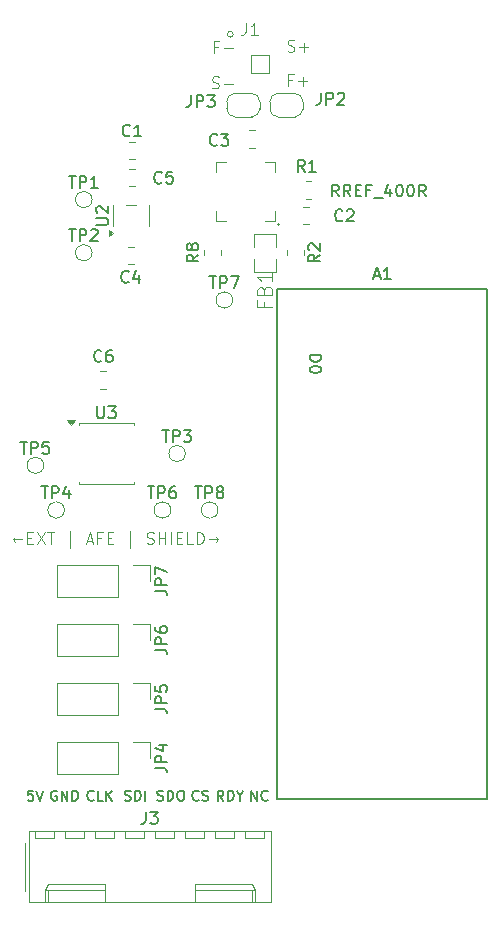
<source format=gbr>
%TF.GenerationSoftware,KiCad,Pcbnew,9.0.5*%
%TF.CreationDate,2025-10-13T11:36:34+02:00*%
%TF.ProjectId,MAX31865,4d415833-3138-4363-952e-6b696361645f,rev?*%
%TF.SameCoordinates,Original*%
%TF.FileFunction,Legend,Top*%
%TF.FilePolarity,Positive*%
%FSLAX46Y46*%
G04 Gerber Fmt 4.6, Leading zero omitted, Abs format (unit mm)*
G04 Created by KiCad (PCBNEW 9.0.5) date 2025-10-13 11:36:34*
%MOMM*%
%LPD*%
G01*
G04 APERTURE LIST*
%ADD10C,0.100000*%
%ADD11C,0.152400*%
%ADD12C,0.150000*%
%ADD13C,0.120000*%
G04 APERTURE END LIST*
D10*
X106065789Y-117491466D02*
X105303884Y-117491466D01*
X105494360Y-117681942D02*
X105303884Y-117491466D01*
X105303884Y-117491466D02*
X105494360Y-117300990D01*
X106541979Y-117348609D02*
X106875312Y-117348609D01*
X107018169Y-117872419D02*
X106541979Y-117872419D01*
X106541979Y-117872419D02*
X106541979Y-116872419D01*
X106541979Y-116872419D02*
X107018169Y-116872419D01*
X107351503Y-116872419D02*
X108018169Y-117872419D01*
X108018169Y-116872419D02*
X107351503Y-117872419D01*
X108256265Y-116872419D02*
X108827693Y-116872419D01*
X108541979Y-117872419D02*
X108541979Y-116872419D01*
X110161027Y-118205752D02*
X110161027Y-116777180D01*
X111589599Y-117586704D02*
X112065789Y-117586704D01*
X111494361Y-117872419D02*
X111827694Y-116872419D01*
X111827694Y-116872419D02*
X112161027Y-117872419D01*
X112827694Y-117348609D02*
X112494361Y-117348609D01*
X112494361Y-117872419D02*
X112494361Y-116872419D01*
X112494361Y-116872419D02*
X112970551Y-116872419D01*
X113351504Y-117348609D02*
X113684837Y-117348609D01*
X113827694Y-117872419D02*
X113351504Y-117872419D01*
X113351504Y-117872419D02*
X113351504Y-116872419D01*
X113351504Y-116872419D02*
X113827694Y-116872419D01*
X115256266Y-118205752D02*
X115256266Y-116777180D01*
X116684838Y-117824800D02*
X116827695Y-117872419D01*
X116827695Y-117872419D02*
X117065790Y-117872419D01*
X117065790Y-117872419D02*
X117161028Y-117824800D01*
X117161028Y-117824800D02*
X117208647Y-117777180D01*
X117208647Y-117777180D02*
X117256266Y-117681942D01*
X117256266Y-117681942D02*
X117256266Y-117586704D01*
X117256266Y-117586704D02*
X117208647Y-117491466D01*
X117208647Y-117491466D02*
X117161028Y-117443847D01*
X117161028Y-117443847D02*
X117065790Y-117396228D01*
X117065790Y-117396228D02*
X116875314Y-117348609D01*
X116875314Y-117348609D02*
X116780076Y-117300990D01*
X116780076Y-117300990D02*
X116732457Y-117253371D01*
X116732457Y-117253371D02*
X116684838Y-117158133D01*
X116684838Y-117158133D02*
X116684838Y-117062895D01*
X116684838Y-117062895D02*
X116732457Y-116967657D01*
X116732457Y-116967657D02*
X116780076Y-116920038D01*
X116780076Y-116920038D02*
X116875314Y-116872419D01*
X116875314Y-116872419D02*
X117113409Y-116872419D01*
X117113409Y-116872419D02*
X117256266Y-116920038D01*
X117684838Y-117872419D02*
X117684838Y-116872419D01*
X117684838Y-117348609D02*
X118256266Y-117348609D01*
X118256266Y-117872419D02*
X118256266Y-116872419D01*
X118732457Y-117872419D02*
X118732457Y-116872419D01*
X119208647Y-117348609D02*
X119541980Y-117348609D01*
X119684837Y-117872419D02*
X119208647Y-117872419D01*
X119208647Y-117872419D02*
X119208647Y-116872419D01*
X119208647Y-116872419D02*
X119684837Y-116872419D01*
X120589599Y-117872419D02*
X120113409Y-117872419D01*
X120113409Y-117872419D02*
X120113409Y-116872419D01*
X120922933Y-117872419D02*
X120922933Y-116872419D01*
X120922933Y-116872419D02*
X121161028Y-116872419D01*
X121161028Y-116872419D02*
X121303885Y-116920038D01*
X121303885Y-116920038D02*
X121399123Y-117015276D01*
X121399123Y-117015276D02*
X121446742Y-117110514D01*
X121446742Y-117110514D02*
X121494361Y-117300990D01*
X121494361Y-117300990D02*
X121494361Y-117443847D01*
X121494361Y-117443847D02*
X121446742Y-117634323D01*
X121446742Y-117634323D02*
X121399123Y-117729561D01*
X121399123Y-117729561D02*
X121303885Y-117824800D01*
X121303885Y-117824800D02*
X121161028Y-117872419D01*
X121161028Y-117872419D02*
X120922933Y-117872419D01*
X121922933Y-117491466D02*
X122684838Y-117491466D01*
X122494361Y-117681942D02*
X122684838Y-117491466D01*
X122684838Y-117491466D02*
X122494361Y-117300990D01*
D11*
X123165390Y-139611593D02*
X122877524Y-139200355D01*
X122671905Y-139611593D02*
X122671905Y-138747993D01*
X122671905Y-138747993D02*
X123000895Y-138747993D01*
X123000895Y-138747993D02*
X123083143Y-138789117D01*
X123083143Y-138789117D02*
X123124266Y-138830241D01*
X123124266Y-138830241D02*
X123165390Y-138912489D01*
X123165390Y-138912489D02*
X123165390Y-139035860D01*
X123165390Y-139035860D02*
X123124266Y-139118108D01*
X123124266Y-139118108D02*
X123083143Y-139159231D01*
X123083143Y-139159231D02*
X123000895Y-139200355D01*
X123000895Y-139200355D02*
X122671905Y-139200355D01*
X123535505Y-139611593D02*
X123535505Y-138747993D01*
X123535505Y-138747993D02*
X123741124Y-138747993D01*
X123741124Y-138747993D02*
X123864495Y-138789117D01*
X123864495Y-138789117D02*
X123946743Y-138871365D01*
X123946743Y-138871365D02*
X123987866Y-138953612D01*
X123987866Y-138953612D02*
X124028990Y-139118108D01*
X124028990Y-139118108D02*
X124028990Y-139241479D01*
X124028990Y-139241479D02*
X123987866Y-139405974D01*
X123987866Y-139405974D02*
X123946743Y-139488222D01*
X123946743Y-139488222D02*
X123864495Y-139570470D01*
X123864495Y-139570470D02*
X123741124Y-139611593D01*
X123741124Y-139611593D02*
X123535505Y-139611593D01*
X124563600Y-139200355D02*
X124563600Y-139611593D01*
X124275733Y-138747993D02*
X124563600Y-139200355D01*
X124563600Y-139200355D02*
X124851466Y-138747993D01*
X107035505Y-138747993D02*
X106624267Y-138747993D01*
X106624267Y-138747993D02*
X106583143Y-139159231D01*
X106583143Y-139159231D02*
X106624267Y-139118108D01*
X106624267Y-139118108D02*
X106706514Y-139076984D01*
X106706514Y-139076984D02*
X106912133Y-139076984D01*
X106912133Y-139076984D02*
X106994381Y-139118108D01*
X106994381Y-139118108D02*
X107035505Y-139159231D01*
X107035505Y-139159231D02*
X107076628Y-139241479D01*
X107076628Y-139241479D02*
X107076628Y-139447098D01*
X107076628Y-139447098D02*
X107035505Y-139529346D01*
X107035505Y-139529346D02*
X106994381Y-139570470D01*
X106994381Y-139570470D02*
X106912133Y-139611593D01*
X106912133Y-139611593D02*
X106706514Y-139611593D01*
X106706514Y-139611593D02*
X106624267Y-139570470D01*
X106624267Y-139570470D02*
X106583143Y-139529346D01*
X107323371Y-138747993D02*
X107611238Y-139611593D01*
X107611238Y-139611593D02*
X107899104Y-138747993D01*
X121056066Y-139529346D02*
X121014942Y-139570470D01*
X121014942Y-139570470D02*
X120891571Y-139611593D01*
X120891571Y-139611593D02*
X120809323Y-139611593D01*
X120809323Y-139611593D02*
X120685952Y-139570470D01*
X120685952Y-139570470D02*
X120603704Y-139488222D01*
X120603704Y-139488222D02*
X120562581Y-139405974D01*
X120562581Y-139405974D02*
X120521457Y-139241479D01*
X120521457Y-139241479D02*
X120521457Y-139118108D01*
X120521457Y-139118108D02*
X120562581Y-138953612D01*
X120562581Y-138953612D02*
X120603704Y-138871365D01*
X120603704Y-138871365D02*
X120685952Y-138789117D01*
X120685952Y-138789117D02*
X120809323Y-138747993D01*
X120809323Y-138747993D02*
X120891571Y-138747993D01*
X120891571Y-138747993D02*
X121014942Y-138789117D01*
X121014942Y-138789117D02*
X121056066Y-138830241D01*
X121385057Y-139570470D02*
X121508428Y-139611593D01*
X121508428Y-139611593D02*
X121714047Y-139611593D01*
X121714047Y-139611593D02*
X121796295Y-139570470D01*
X121796295Y-139570470D02*
X121837419Y-139529346D01*
X121837419Y-139529346D02*
X121878542Y-139447098D01*
X121878542Y-139447098D02*
X121878542Y-139364850D01*
X121878542Y-139364850D02*
X121837419Y-139282603D01*
X121837419Y-139282603D02*
X121796295Y-139241479D01*
X121796295Y-139241479D02*
X121714047Y-139200355D01*
X121714047Y-139200355D02*
X121549552Y-139159231D01*
X121549552Y-139159231D02*
X121467304Y-139118108D01*
X121467304Y-139118108D02*
X121426181Y-139076984D01*
X121426181Y-139076984D02*
X121385057Y-138994736D01*
X121385057Y-138994736D02*
X121385057Y-138912489D01*
X121385057Y-138912489D02*
X121426181Y-138830241D01*
X121426181Y-138830241D02*
X121467304Y-138789117D01*
X121467304Y-138789117D02*
X121549552Y-138747993D01*
X121549552Y-138747993D02*
X121755171Y-138747993D01*
X121755171Y-138747993D02*
X121878542Y-138789117D01*
X114815838Y-139570470D02*
X114939209Y-139611593D01*
X114939209Y-139611593D02*
X115144828Y-139611593D01*
X115144828Y-139611593D02*
X115227076Y-139570470D01*
X115227076Y-139570470D02*
X115268200Y-139529346D01*
X115268200Y-139529346D02*
X115309323Y-139447098D01*
X115309323Y-139447098D02*
X115309323Y-139364850D01*
X115309323Y-139364850D02*
X115268200Y-139282603D01*
X115268200Y-139282603D02*
X115227076Y-139241479D01*
X115227076Y-139241479D02*
X115144828Y-139200355D01*
X115144828Y-139200355D02*
X114980333Y-139159231D01*
X114980333Y-139159231D02*
X114898085Y-139118108D01*
X114898085Y-139118108D02*
X114856962Y-139076984D01*
X114856962Y-139076984D02*
X114815838Y-138994736D01*
X114815838Y-138994736D02*
X114815838Y-138912489D01*
X114815838Y-138912489D02*
X114856962Y-138830241D01*
X114856962Y-138830241D02*
X114898085Y-138789117D01*
X114898085Y-138789117D02*
X114980333Y-138747993D01*
X114980333Y-138747993D02*
X115185952Y-138747993D01*
X115185952Y-138747993D02*
X115309323Y-138789117D01*
X115679438Y-139611593D02*
X115679438Y-138747993D01*
X115679438Y-138747993D02*
X115885057Y-138747993D01*
X115885057Y-138747993D02*
X116008428Y-138789117D01*
X116008428Y-138789117D02*
X116090676Y-138871365D01*
X116090676Y-138871365D02*
X116131799Y-138953612D01*
X116131799Y-138953612D02*
X116172923Y-139118108D01*
X116172923Y-139118108D02*
X116172923Y-139241479D01*
X116172923Y-139241479D02*
X116131799Y-139405974D01*
X116131799Y-139405974D02*
X116090676Y-139488222D01*
X116090676Y-139488222D02*
X116008428Y-139570470D01*
X116008428Y-139570470D02*
X115885057Y-139611593D01*
X115885057Y-139611593D02*
X115679438Y-139611593D01*
X116543038Y-139611593D02*
X116543038Y-138747993D01*
X125521457Y-139611593D02*
X125521457Y-138747993D01*
X125521457Y-138747993D02*
X126014942Y-139611593D01*
X126014942Y-139611593D02*
X126014942Y-138747993D01*
X126919666Y-139529346D02*
X126878542Y-139570470D01*
X126878542Y-139570470D02*
X126755171Y-139611593D01*
X126755171Y-139611593D02*
X126672923Y-139611593D01*
X126672923Y-139611593D02*
X126549552Y-139570470D01*
X126549552Y-139570470D02*
X126467304Y-139488222D01*
X126467304Y-139488222D02*
X126426181Y-139405974D01*
X126426181Y-139405974D02*
X126385057Y-139241479D01*
X126385057Y-139241479D02*
X126385057Y-139118108D01*
X126385057Y-139118108D02*
X126426181Y-138953612D01*
X126426181Y-138953612D02*
X126467304Y-138871365D01*
X126467304Y-138871365D02*
X126549552Y-138789117D01*
X126549552Y-138789117D02*
X126672923Y-138747993D01*
X126672923Y-138747993D02*
X126755171Y-138747993D01*
X126755171Y-138747993D02*
X126878542Y-138789117D01*
X126878542Y-138789117D02*
X126919666Y-138830241D01*
X112185952Y-139529346D02*
X112144828Y-139570470D01*
X112144828Y-139570470D02*
X112021457Y-139611593D01*
X112021457Y-139611593D02*
X111939209Y-139611593D01*
X111939209Y-139611593D02*
X111815838Y-139570470D01*
X111815838Y-139570470D02*
X111733590Y-139488222D01*
X111733590Y-139488222D02*
X111692467Y-139405974D01*
X111692467Y-139405974D02*
X111651343Y-139241479D01*
X111651343Y-139241479D02*
X111651343Y-139118108D01*
X111651343Y-139118108D02*
X111692467Y-138953612D01*
X111692467Y-138953612D02*
X111733590Y-138871365D01*
X111733590Y-138871365D02*
X111815838Y-138789117D01*
X111815838Y-138789117D02*
X111939209Y-138747993D01*
X111939209Y-138747993D02*
X112021457Y-138747993D01*
X112021457Y-138747993D02*
X112144828Y-138789117D01*
X112144828Y-138789117D02*
X112185952Y-138830241D01*
X112967305Y-139611593D02*
X112556067Y-139611593D01*
X112556067Y-139611593D02*
X112556067Y-138747993D01*
X113255172Y-139611593D02*
X113255172Y-138747993D01*
X113748657Y-139611593D02*
X113378543Y-139118108D01*
X113748657Y-138747993D02*
X113255172Y-139241479D01*
X109042018Y-138789117D02*
X108959771Y-138747993D01*
X108959771Y-138747993D02*
X108836399Y-138747993D01*
X108836399Y-138747993D02*
X108713028Y-138789117D01*
X108713028Y-138789117D02*
X108630780Y-138871365D01*
X108630780Y-138871365D02*
X108589657Y-138953612D01*
X108589657Y-138953612D02*
X108548533Y-139118108D01*
X108548533Y-139118108D02*
X108548533Y-139241479D01*
X108548533Y-139241479D02*
X108589657Y-139405974D01*
X108589657Y-139405974D02*
X108630780Y-139488222D01*
X108630780Y-139488222D02*
X108713028Y-139570470D01*
X108713028Y-139570470D02*
X108836399Y-139611593D01*
X108836399Y-139611593D02*
X108918647Y-139611593D01*
X108918647Y-139611593D02*
X109042018Y-139570470D01*
X109042018Y-139570470D02*
X109083142Y-139529346D01*
X109083142Y-139529346D02*
X109083142Y-139241479D01*
X109083142Y-139241479D02*
X108918647Y-139241479D01*
X109453257Y-139611593D02*
X109453257Y-138747993D01*
X109453257Y-138747993D02*
X109946742Y-139611593D01*
X109946742Y-139611593D02*
X109946742Y-138747993D01*
X110357981Y-139611593D02*
X110357981Y-138747993D01*
X110357981Y-138747993D02*
X110563600Y-138747993D01*
X110563600Y-138747993D02*
X110686971Y-138789117D01*
X110686971Y-138789117D02*
X110769219Y-138871365D01*
X110769219Y-138871365D02*
X110810342Y-138953612D01*
X110810342Y-138953612D02*
X110851466Y-139118108D01*
X110851466Y-139118108D02*
X110851466Y-139241479D01*
X110851466Y-139241479D02*
X110810342Y-139405974D01*
X110810342Y-139405974D02*
X110769219Y-139488222D01*
X110769219Y-139488222D02*
X110686971Y-139570470D01*
X110686971Y-139570470D02*
X110563600Y-139611593D01*
X110563600Y-139611593D02*
X110357981Y-139611593D01*
X117569095Y-139570470D02*
X117692466Y-139611593D01*
X117692466Y-139611593D02*
X117898085Y-139611593D01*
X117898085Y-139611593D02*
X117980333Y-139570470D01*
X117980333Y-139570470D02*
X118021457Y-139529346D01*
X118021457Y-139529346D02*
X118062580Y-139447098D01*
X118062580Y-139447098D02*
X118062580Y-139364850D01*
X118062580Y-139364850D02*
X118021457Y-139282603D01*
X118021457Y-139282603D02*
X117980333Y-139241479D01*
X117980333Y-139241479D02*
X117898085Y-139200355D01*
X117898085Y-139200355D02*
X117733590Y-139159231D01*
X117733590Y-139159231D02*
X117651342Y-139118108D01*
X117651342Y-139118108D02*
X117610219Y-139076984D01*
X117610219Y-139076984D02*
X117569095Y-138994736D01*
X117569095Y-138994736D02*
X117569095Y-138912489D01*
X117569095Y-138912489D02*
X117610219Y-138830241D01*
X117610219Y-138830241D02*
X117651342Y-138789117D01*
X117651342Y-138789117D02*
X117733590Y-138747993D01*
X117733590Y-138747993D02*
X117939209Y-138747993D01*
X117939209Y-138747993D02*
X118062580Y-138789117D01*
X118432695Y-139611593D02*
X118432695Y-138747993D01*
X118432695Y-138747993D02*
X118638314Y-138747993D01*
X118638314Y-138747993D02*
X118761685Y-138789117D01*
X118761685Y-138789117D02*
X118843933Y-138871365D01*
X118843933Y-138871365D02*
X118885056Y-138953612D01*
X118885056Y-138953612D02*
X118926180Y-139118108D01*
X118926180Y-139118108D02*
X118926180Y-139241479D01*
X118926180Y-139241479D02*
X118885056Y-139405974D01*
X118885056Y-139405974D02*
X118843933Y-139488222D01*
X118843933Y-139488222D02*
X118761685Y-139570470D01*
X118761685Y-139570470D02*
X118638314Y-139611593D01*
X118638314Y-139611593D02*
X118432695Y-139611593D01*
X119460790Y-138747993D02*
X119625285Y-138747993D01*
X119625285Y-138747993D02*
X119707533Y-138789117D01*
X119707533Y-138789117D02*
X119789780Y-138871365D01*
X119789780Y-138871365D02*
X119830904Y-139035860D01*
X119830904Y-139035860D02*
X119830904Y-139323727D01*
X119830904Y-139323727D02*
X119789780Y-139488222D01*
X119789780Y-139488222D02*
X119707533Y-139570470D01*
X119707533Y-139570470D02*
X119625285Y-139611593D01*
X119625285Y-139611593D02*
X119460790Y-139611593D01*
X119460790Y-139611593D02*
X119378542Y-139570470D01*
X119378542Y-139570470D02*
X119296295Y-139488222D01*
X119296295Y-139488222D02*
X119255171Y-139323727D01*
X119255171Y-139323727D02*
X119255171Y-139035860D01*
X119255171Y-139035860D02*
X119296295Y-138871365D01*
X119296295Y-138871365D02*
X119378542Y-138789117D01*
X119378542Y-138789117D02*
X119460790Y-138747993D01*
D10*
X125066666Y-73757419D02*
X125066666Y-74471704D01*
X125066666Y-74471704D02*
X125019047Y-74614561D01*
X125019047Y-74614561D02*
X124923809Y-74709800D01*
X124923809Y-74709800D02*
X124780952Y-74757419D01*
X124780952Y-74757419D02*
X124685714Y-74757419D01*
X126066666Y-74757419D02*
X125495238Y-74757419D01*
X125780952Y-74757419D02*
X125780952Y-73757419D01*
X125780952Y-73757419D02*
X125685714Y-73900276D01*
X125685714Y-73900276D02*
X125590476Y-73995514D01*
X125590476Y-73995514D02*
X125495238Y-74043133D01*
X128596265Y-76144800D02*
X128739122Y-76192419D01*
X128739122Y-76192419D02*
X128977217Y-76192419D01*
X128977217Y-76192419D02*
X129072455Y-76144800D01*
X129072455Y-76144800D02*
X129120074Y-76097180D01*
X129120074Y-76097180D02*
X129167693Y-76001942D01*
X129167693Y-76001942D02*
X129167693Y-75906704D01*
X129167693Y-75906704D02*
X129120074Y-75811466D01*
X129120074Y-75811466D02*
X129072455Y-75763847D01*
X129072455Y-75763847D02*
X128977217Y-75716228D01*
X128977217Y-75716228D02*
X128786741Y-75668609D01*
X128786741Y-75668609D02*
X128691503Y-75620990D01*
X128691503Y-75620990D02*
X128643884Y-75573371D01*
X128643884Y-75573371D02*
X128596265Y-75478133D01*
X128596265Y-75478133D02*
X128596265Y-75382895D01*
X128596265Y-75382895D02*
X128643884Y-75287657D01*
X128643884Y-75287657D02*
X128691503Y-75240038D01*
X128691503Y-75240038D02*
X128786741Y-75192419D01*
X128786741Y-75192419D02*
X129024836Y-75192419D01*
X129024836Y-75192419D02*
X129167693Y-75240038D01*
X129596265Y-75811466D02*
X130358170Y-75811466D01*
X129977217Y-76192419D02*
X129977217Y-75430514D01*
X122196265Y-79244800D02*
X122339122Y-79292419D01*
X122339122Y-79292419D02*
X122577217Y-79292419D01*
X122577217Y-79292419D02*
X122672455Y-79244800D01*
X122672455Y-79244800D02*
X122720074Y-79197180D01*
X122720074Y-79197180D02*
X122767693Y-79101942D01*
X122767693Y-79101942D02*
X122767693Y-79006704D01*
X122767693Y-79006704D02*
X122720074Y-78911466D01*
X122720074Y-78911466D02*
X122672455Y-78863847D01*
X122672455Y-78863847D02*
X122577217Y-78816228D01*
X122577217Y-78816228D02*
X122386741Y-78768609D01*
X122386741Y-78768609D02*
X122291503Y-78720990D01*
X122291503Y-78720990D02*
X122243884Y-78673371D01*
X122243884Y-78673371D02*
X122196265Y-78578133D01*
X122196265Y-78578133D02*
X122196265Y-78482895D01*
X122196265Y-78482895D02*
X122243884Y-78387657D01*
X122243884Y-78387657D02*
X122291503Y-78340038D01*
X122291503Y-78340038D02*
X122386741Y-78292419D01*
X122386741Y-78292419D02*
X122624836Y-78292419D01*
X122624836Y-78292419D02*
X122767693Y-78340038D01*
X123196265Y-78911466D02*
X123958170Y-78911466D01*
X122677217Y-75768609D02*
X122343884Y-75768609D01*
X122343884Y-76292419D02*
X122343884Y-75292419D01*
X122343884Y-75292419D02*
X122820074Y-75292419D01*
X123201027Y-75911466D02*
X123962932Y-75911466D01*
X128977217Y-78568609D02*
X128643884Y-78568609D01*
X128643884Y-79092419D02*
X128643884Y-78092419D01*
X128643884Y-78092419D02*
X129120074Y-78092419D01*
X129501027Y-78711466D02*
X130262932Y-78711466D01*
X129881979Y-79092419D02*
X129881979Y-78330514D01*
D12*
X116738095Y-113006819D02*
X117309523Y-113006819D01*
X117023809Y-114006819D02*
X117023809Y-113006819D01*
X117642857Y-114006819D02*
X117642857Y-113006819D01*
X117642857Y-113006819D02*
X118023809Y-113006819D01*
X118023809Y-113006819D02*
X118119047Y-113054438D01*
X118119047Y-113054438D02*
X118166666Y-113102057D01*
X118166666Y-113102057D02*
X118214285Y-113197295D01*
X118214285Y-113197295D02*
X118214285Y-113340152D01*
X118214285Y-113340152D02*
X118166666Y-113435390D01*
X118166666Y-113435390D02*
X118119047Y-113483009D01*
X118119047Y-113483009D02*
X118023809Y-113530628D01*
X118023809Y-113530628D02*
X117642857Y-113530628D01*
X119071428Y-113006819D02*
X118880952Y-113006819D01*
X118880952Y-113006819D02*
X118785714Y-113054438D01*
X118785714Y-113054438D02*
X118738095Y-113102057D01*
X118738095Y-113102057D02*
X118642857Y-113244914D01*
X118642857Y-113244914D02*
X118595238Y-113435390D01*
X118595238Y-113435390D02*
X118595238Y-113816342D01*
X118595238Y-113816342D02*
X118642857Y-113911580D01*
X118642857Y-113911580D02*
X118690476Y-113959200D01*
X118690476Y-113959200D02*
X118785714Y-114006819D01*
X118785714Y-114006819D02*
X118976190Y-114006819D01*
X118976190Y-114006819D02*
X119071428Y-113959200D01*
X119071428Y-113959200D02*
X119119047Y-113911580D01*
X119119047Y-113911580D02*
X119166666Y-113816342D01*
X119166666Y-113816342D02*
X119166666Y-113578247D01*
X119166666Y-113578247D02*
X119119047Y-113483009D01*
X119119047Y-113483009D02*
X119071428Y-113435390D01*
X119071428Y-113435390D02*
X118976190Y-113387771D01*
X118976190Y-113387771D02*
X118785714Y-113387771D01*
X118785714Y-113387771D02*
X118690476Y-113435390D01*
X118690476Y-113435390D02*
X118642857Y-113483009D01*
X118642857Y-113483009D02*
X118595238Y-113578247D01*
X115246433Y-83266680D02*
X115198814Y-83314300D01*
X115198814Y-83314300D02*
X115055957Y-83361919D01*
X115055957Y-83361919D02*
X114960719Y-83361919D01*
X114960719Y-83361919D02*
X114817862Y-83314300D01*
X114817862Y-83314300D02*
X114722624Y-83219061D01*
X114722624Y-83219061D02*
X114675005Y-83123823D01*
X114675005Y-83123823D02*
X114627386Y-82933347D01*
X114627386Y-82933347D02*
X114627386Y-82790490D01*
X114627386Y-82790490D02*
X114675005Y-82600014D01*
X114675005Y-82600014D02*
X114722624Y-82504776D01*
X114722624Y-82504776D02*
X114817862Y-82409538D01*
X114817862Y-82409538D02*
X114960719Y-82361919D01*
X114960719Y-82361919D02*
X115055957Y-82361919D01*
X115055957Y-82361919D02*
X115198814Y-82409538D01*
X115198814Y-82409538D02*
X115246433Y-82457157D01*
X116198814Y-83361919D02*
X115627386Y-83361919D01*
X115913100Y-83361919D02*
X115913100Y-82361919D01*
X115913100Y-82361919D02*
X115817862Y-82504776D01*
X115817862Y-82504776D02*
X115722624Y-82600014D01*
X115722624Y-82600014D02*
X115627386Y-82647633D01*
X110078095Y-91226819D02*
X110649523Y-91226819D01*
X110363809Y-92226819D02*
X110363809Y-91226819D01*
X110982857Y-92226819D02*
X110982857Y-91226819D01*
X110982857Y-91226819D02*
X111363809Y-91226819D01*
X111363809Y-91226819D02*
X111459047Y-91274438D01*
X111459047Y-91274438D02*
X111506666Y-91322057D01*
X111506666Y-91322057D02*
X111554285Y-91417295D01*
X111554285Y-91417295D02*
X111554285Y-91560152D01*
X111554285Y-91560152D02*
X111506666Y-91655390D01*
X111506666Y-91655390D02*
X111459047Y-91703009D01*
X111459047Y-91703009D02*
X111363809Y-91750628D01*
X111363809Y-91750628D02*
X110982857Y-91750628D01*
X111935238Y-91322057D02*
X111982857Y-91274438D01*
X111982857Y-91274438D02*
X112078095Y-91226819D01*
X112078095Y-91226819D02*
X112316190Y-91226819D01*
X112316190Y-91226819D02*
X112411428Y-91274438D01*
X112411428Y-91274438D02*
X112459047Y-91322057D01*
X112459047Y-91322057D02*
X112506666Y-91417295D01*
X112506666Y-91417295D02*
X112506666Y-91512533D01*
X112506666Y-91512533D02*
X112459047Y-91655390D01*
X112459047Y-91655390D02*
X111887619Y-92226819D01*
X111887619Y-92226819D02*
X112506666Y-92226819D01*
X120738095Y-113006819D02*
X121309523Y-113006819D01*
X121023809Y-114006819D02*
X121023809Y-113006819D01*
X121642857Y-114006819D02*
X121642857Y-113006819D01*
X121642857Y-113006819D02*
X122023809Y-113006819D01*
X122023809Y-113006819D02*
X122119047Y-113054438D01*
X122119047Y-113054438D02*
X122166666Y-113102057D01*
X122166666Y-113102057D02*
X122214285Y-113197295D01*
X122214285Y-113197295D02*
X122214285Y-113340152D01*
X122214285Y-113340152D02*
X122166666Y-113435390D01*
X122166666Y-113435390D02*
X122119047Y-113483009D01*
X122119047Y-113483009D02*
X122023809Y-113530628D01*
X122023809Y-113530628D02*
X121642857Y-113530628D01*
X122785714Y-113435390D02*
X122690476Y-113387771D01*
X122690476Y-113387771D02*
X122642857Y-113340152D01*
X122642857Y-113340152D02*
X122595238Y-113244914D01*
X122595238Y-113244914D02*
X122595238Y-113197295D01*
X122595238Y-113197295D02*
X122642857Y-113102057D01*
X122642857Y-113102057D02*
X122690476Y-113054438D01*
X122690476Y-113054438D02*
X122785714Y-113006819D01*
X122785714Y-113006819D02*
X122976190Y-113006819D01*
X122976190Y-113006819D02*
X123071428Y-113054438D01*
X123071428Y-113054438D02*
X123119047Y-113102057D01*
X123119047Y-113102057D02*
X123166666Y-113197295D01*
X123166666Y-113197295D02*
X123166666Y-113244914D01*
X123166666Y-113244914D02*
X123119047Y-113340152D01*
X123119047Y-113340152D02*
X123071428Y-113387771D01*
X123071428Y-113387771D02*
X122976190Y-113435390D01*
X122976190Y-113435390D02*
X122785714Y-113435390D01*
X122785714Y-113435390D02*
X122690476Y-113483009D01*
X122690476Y-113483009D02*
X122642857Y-113530628D01*
X122642857Y-113530628D02*
X122595238Y-113625866D01*
X122595238Y-113625866D02*
X122595238Y-113816342D01*
X122595238Y-113816342D02*
X122642857Y-113911580D01*
X122642857Y-113911580D02*
X122690476Y-113959200D01*
X122690476Y-113959200D02*
X122785714Y-114006819D01*
X122785714Y-114006819D02*
X122976190Y-114006819D01*
X122976190Y-114006819D02*
X123071428Y-113959200D01*
X123071428Y-113959200D02*
X123119047Y-113911580D01*
X123119047Y-113911580D02*
X123166666Y-113816342D01*
X123166666Y-113816342D02*
X123166666Y-113625866D01*
X123166666Y-113625866D02*
X123119047Y-113530628D01*
X123119047Y-113530628D02*
X123071428Y-113483009D01*
X123071428Y-113483009D02*
X122976190Y-113435390D01*
X117374819Y-121833333D02*
X118089104Y-121833333D01*
X118089104Y-121833333D02*
X118231961Y-121880952D01*
X118231961Y-121880952D02*
X118327200Y-121976190D01*
X118327200Y-121976190D02*
X118374819Y-122119047D01*
X118374819Y-122119047D02*
X118374819Y-122214285D01*
X118374819Y-121357142D02*
X117374819Y-121357142D01*
X117374819Y-121357142D02*
X117374819Y-120976190D01*
X117374819Y-120976190D02*
X117422438Y-120880952D01*
X117422438Y-120880952D02*
X117470057Y-120833333D01*
X117470057Y-120833333D02*
X117565295Y-120785714D01*
X117565295Y-120785714D02*
X117708152Y-120785714D01*
X117708152Y-120785714D02*
X117803390Y-120833333D01*
X117803390Y-120833333D02*
X117851009Y-120880952D01*
X117851009Y-120880952D02*
X117898628Y-120976190D01*
X117898628Y-120976190D02*
X117898628Y-121357142D01*
X117374819Y-120452380D02*
X117374819Y-119785714D01*
X117374819Y-119785714D02*
X118374819Y-120214285D01*
X117374819Y-126833333D02*
X118089104Y-126833333D01*
X118089104Y-126833333D02*
X118231961Y-126880952D01*
X118231961Y-126880952D02*
X118327200Y-126976190D01*
X118327200Y-126976190D02*
X118374819Y-127119047D01*
X118374819Y-127119047D02*
X118374819Y-127214285D01*
X118374819Y-126357142D02*
X117374819Y-126357142D01*
X117374819Y-126357142D02*
X117374819Y-125976190D01*
X117374819Y-125976190D02*
X117422438Y-125880952D01*
X117422438Y-125880952D02*
X117470057Y-125833333D01*
X117470057Y-125833333D02*
X117565295Y-125785714D01*
X117565295Y-125785714D02*
X117708152Y-125785714D01*
X117708152Y-125785714D02*
X117803390Y-125833333D01*
X117803390Y-125833333D02*
X117851009Y-125880952D01*
X117851009Y-125880952D02*
X117898628Y-125976190D01*
X117898628Y-125976190D02*
X117898628Y-126357142D01*
X117374819Y-124928571D02*
X117374819Y-125119047D01*
X117374819Y-125119047D02*
X117422438Y-125214285D01*
X117422438Y-125214285D02*
X117470057Y-125261904D01*
X117470057Y-125261904D02*
X117612914Y-125357142D01*
X117612914Y-125357142D02*
X117803390Y-125404761D01*
X117803390Y-125404761D02*
X118184342Y-125404761D01*
X118184342Y-125404761D02*
X118279580Y-125357142D01*
X118279580Y-125357142D02*
X118327200Y-125309523D01*
X118327200Y-125309523D02*
X118374819Y-125214285D01*
X118374819Y-125214285D02*
X118374819Y-125023809D01*
X118374819Y-125023809D02*
X118327200Y-124928571D01*
X118327200Y-124928571D02*
X118279580Y-124880952D01*
X118279580Y-124880952D02*
X118184342Y-124833333D01*
X118184342Y-124833333D02*
X117946247Y-124833333D01*
X117946247Y-124833333D02*
X117851009Y-124880952D01*
X117851009Y-124880952D02*
X117803390Y-124928571D01*
X117803390Y-124928571D02*
X117755771Y-125023809D01*
X117755771Y-125023809D02*
X117755771Y-125214285D01*
X117755771Y-125214285D02*
X117803390Y-125309523D01*
X117803390Y-125309523D02*
X117851009Y-125357142D01*
X117851009Y-125357142D02*
X117946247Y-125404761D01*
X105978095Y-109226819D02*
X106549523Y-109226819D01*
X106263809Y-110226819D02*
X106263809Y-109226819D01*
X106882857Y-110226819D02*
X106882857Y-109226819D01*
X106882857Y-109226819D02*
X107263809Y-109226819D01*
X107263809Y-109226819D02*
X107359047Y-109274438D01*
X107359047Y-109274438D02*
X107406666Y-109322057D01*
X107406666Y-109322057D02*
X107454285Y-109417295D01*
X107454285Y-109417295D02*
X107454285Y-109560152D01*
X107454285Y-109560152D02*
X107406666Y-109655390D01*
X107406666Y-109655390D02*
X107359047Y-109703009D01*
X107359047Y-109703009D02*
X107263809Y-109750628D01*
X107263809Y-109750628D02*
X106882857Y-109750628D01*
X108359047Y-109226819D02*
X107882857Y-109226819D01*
X107882857Y-109226819D02*
X107835238Y-109703009D01*
X107835238Y-109703009D02*
X107882857Y-109655390D01*
X107882857Y-109655390D02*
X107978095Y-109607771D01*
X107978095Y-109607771D02*
X108216190Y-109607771D01*
X108216190Y-109607771D02*
X108311428Y-109655390D01*
X108311428Y-109655390D02*
X108359047Y-109703009D01*
X108359047Y-109703009D02*
X108406666Y-109798247D01*
X108406666Y-109798247D02*
X108406666Y-110036342D01*
X108406666Y-110036342D02*
X108359047Y-110131580D01*
X108359047Y-110131580D02*
X108311428Y-110179200D01*
X108311428Y-110179200D02*
X108216190Y-110226819D01*
X108216190Y-110226819D02*
X107978095Y-110226819D01*
X107978095Y-110226819D02*
X107882857Y-110179200D01*
X107882857Y-110179200D02*
X107835238Y-110131580D01*
X112478095Y-106224819D02*
X112478095Y-107034342D01*
X112478095Y-107034342D02*
X112525714Y-107129580D01*
X112525714Y-107129580D02*
X112573333Y-107177200D01*
X112573333Y-107177200D02*
X112668571Y-107224819D01*
X112668571Y-107224819D02*
X112859047Y-107224819D01*
X112859047Y-107224819D02*
X112954285Y-107177200D01*
X112954285Y-107177200D02*
X113001904Y-107129580D01*
X113001904Y-107129580D02*
X113049523Y-107034342D01*
X113049523Y-107034342D02*
X113049523Y-106224819D01*
X113430476Y-106224819D02*
X114049523Y-106224819D01*
X114049523Y-106224819D02*
X113716190Y-106605771D01*
X113716190Y-106605771D02*
X113859047Y-106605771D01*
X113859047Y-106605771D02*
X113954285Y-106653390D01*
X113954285Y-106653390D02*
X114001904Y-106701009D01*
X114001904Y-106701009D02*
X114049523Y-106796247D01*
X114049523Y-106796247D02*
X114049523Y-107034342D01*
X114049523Y-107034342D02*
X114001904Y-107129580D01*
X114001904Y-107129580D02*
X113954285Y-107177200D01*
X113954285Y-107177200D02*
X113859047Y-107224819D01*
X113859047Y-107224819D02*
X113573333Y-107224819D01*
X113573333Y-107224819D02*
X113478095Y-107177200D01*
X113478095Y-107177200D02*
X113430476Y-107129580D01*
D13*
X126611331Y-97399999D02*
X126611331Y-97799999D01*
X127239902Y-97799999D02*
X126039902Y-97799999D01*
X126039902Y-97799999D02*
X126039902Y-97228571D01*
X126611331Y-96371428D02*
X126668474Y-96200000D01*
X126668474Y-96200000D02*
X126725617Y-96142857D01*
X126725617Y-96142857D02*
X126839902Y-96085714D01*
X126839902Y-96085714D02*
X127011331Y-96085714D01*
X127011331Y-96085714D02*
X127125617Y-96142857D01*
X127125617Y-96142857D02*
X127182760Y-96200000D01*
X127182760Y-96200000D02*
X127239902Y-96314285D01*
X127239902Y-96314285D02*
X127239902Y-96771428D01*
X127239902Y-96771428D02*
X126039902Y-96771428D01*
X126039902Y-96771428D02*
X126039902Y-96371428D01*
X126039902Y-96371428D02*
X126097045Y-96257143D01*
X126097045Y-96257143D02*
X126154188Y-96200000D01*
X126154188Y-96200000D02*
X126268474Y-96142857D01*
X126268474Y-96142857D02*
X126382760Y-96142857D01*
X126382760Y-96142857D02*
X126497045Y-96200000D01*
X126497045Y-96200000D02*
X126554188Y-96257143D01*
X126554188Y-96257143D02*
X126611331Y-96371428D01*
X126611331Y-96371428D02*
X126611331Y-96771428D01*
X127239902Y-94942857D02*
X127239902Y-95628571D01*
X127239902Y-95285714D02*
X126039902Y-95285714D01*
X126039902Y-95285714D02*
X126211331Y-95400000D01*
X126211331Y-95400000D02*
X126325617Y-95514285D01*
X126325617Y-95514285D02*
X126382760Y-95628571D01*
D12*
X117374819Y-131833333D02*
X118089104Y-131833333D01*
X118089104Y-131833333D02*
X118231961Y-131880952D01*
X118231961Y-131880952D02*
X118327200Y-131976190D01*
X118327200Y-131976190D02*
X118374819Y-132119047D01*
X118374819Y-132119047D02*
X118374819Y-132214285D01*
X118374819Y-131357142D02*
X117374819Y-131357142D01*
X117374819Y-131357142D02*
X117374819Y-130976190D01*
X117374819Y-130976190D02*
X117422438Y-130880952D01*
X117422438Y-130880952D02*
X117470057Y-130833333D01*
X117470057Y-130833333D02*
X117565295Y-130785714D01*
X117565295Y-130785714D02*
X117708152Y-130785714D01*
X117708152Y-130785714D02*
X117803390Y-130833333D01*
X117803390Y-130833333D02*
X117851009Y-130880952D01*
X117851009Y-130880952D02*
X117898628Y-130976190D01*
X117898628Y-130976190D02*
X117898628Y-131357142D01*
X117374819Y-129880952D02*
X117374819Y-130357142D01*
X117374819Y-130357142D02*
X117851009Y-130404761D01*
X117851009Y-130404761D02*
X117803390Y-130357142D01*
X117803390Y-130357142D02*
X117755771Y-130261904D01*
X117755771Y-130261904D02*
X117755771Y-130023809D01*
X117755771Y-130023809D02*
X117803390Y-129928571D01*
X117803390Y-129928571D02*
X117851009Y-129880952D01*
X117851009Y-129880952D02*
X117946247Y-129833333D01*
X117946247Y-129833333D02*
X118184342Y-129833333D01*
X118184342Y-129833333D02*
X118279580Y-129880952D01*
X118279580Y-129880952D02*
X118327200Y-129928571D01*
X118327200Y-129928571D02*
X118374819Y-130023809D01*
X118374819Y-130023809D02*
X118374819Y-130261904D01*
X118374819Y-130261904D02*
X118327200Y-130357142D01*
X118327200Y-130357142D02*
X118279580Y-130404761D01*
X116596666Y-140554819D02*
X116596666Y-141269104D01*
X116596666Y-141269104D02*
X116549047Y-141411961D01*
X116549047Y-141411961D02*
X116453809Y-141507200D01*
X116453809Y-141507200D02*
X116310952Y-141554819D01*
X116310952Y-141554819D02*
X116215714Y-141554819D01*
X116977619Y-140554819D02*
X117596666Y-140554819D01*
X117596666Y-140554819D02*
X117263333Y-140935771D01*
X117263333Y-140935771D02*
X117406190Y-140935771D01*
X117406190Y-140935771D02*
X117501428Y-140983390D01*
X117501428Y-140983390D02*
X117549047Y-141031009D01*
X117549047Y-141031009D02*
X117596666Y-141126247D01*
X117596666Y-141126247D02*
X117596666Y-141364342D01*
X117596666Y-141364342D02*
X117549047Y-141459580D01*
X117549047Y-141459580D02*
X117501428Y-141507200D01*
X117501428Y-141507200D02*
X117406190Y-141554819D01*
X117406190Y-141554819D02*
X117120476Y-141554819D01*
X117120476Y-141554819D02*
X117025238Y-141507200D01*
X117025238Y-141507200D02*
X116977619Y-141459580D01*
X117978095Y-108226819D02*
X118549523Y-108226819D01*
X118263809Y-109226819D02*
X118263809Y-108226819D01*
X118882857Y-109226819D02*
X118882857Y-108226819D01*
X118882857Y-108226819D02*
X119263809Y-108226819D01*
X119263809Y-108226819D02*
X119359047Y-108274438D01*
X119359047Y-108274438D02*
X119406666Y-108322057D01*
X119406666Y-108322057D02*
X119454285Y-108417295D01*
X119454285Y-108417295D02*
X119454285Y-108560152D01*
X119454285Y-108560152D02*
X119406666Y-108655390D01*
X119406666Y-108655390D02*
X119359047Y-108703009D01*
X119359047Y-108703009D02*
X119263809Y-108750628D01*
X119263809Y-108750628D02*
X118882857Y-108750628D01*
X119787619Y-108226819D02*
X120406666Y-108226819D01*
X120406666Y-108226819D02*
X120073333Y-108607771D01*
X120073333Y-108607771D02*
X120216190Y-108607771D01*
X120216190Y-108607771D02*
X120311428Y-108655390D01*
X120311428Y-108655390D02*
X120359047Y-108703009D01*
X120359047Y-108703009D02*
X120406666Y-108798247D01*
X120406666Y-108798247D02*
X120406666Y-109036342D01*
X120406666Y-109036342D02*
X120359047Y-109131580D01*
X120359047Y-109131580D02*
X120311428Y-109179200D01*
X120311428Y-109179200D02*
X120216190Y-109226819D01*
X120216190Y-109226819D02*
X119930476Y-109226819D01*
X119930476Y-109226819D02*
X119835238Y-109179200D01*
X119835238Y-109179200D02*
X119787619Y-109131580D01*
X131344819Y-93386666D02*
X130868628Y-93719999D01*
X131344819Y-93958094D02*
X130344819Y-93958094D01*
X130344819Y-93958094D02*
X130344819Y-93577142D01*
X130344819Y-93577142D02*
X130392438Y-93481904D01*
X130392438Y-93481904D02*
X130440057Y-93434285D01*
X130440057Y-93434285D02*
X130535295Y-93386666D01*
X130535295Y-93386666D02*
X130678152Y-93386666D01*
X130678152Y-93386666D02*
X130773390Y-93434285D01*
X130773390Y-93434285D02*
X130821009Y-93481904D01*
X130821009Y-93481904D02*
X130868628Y-93577142D01*
X130868628Y-93577142D02*
X130868628Y-93958094D01*
X130440057Y-93005713D02*
X130392438Y-92958094D01*
X130392438Y-92958094D02*
X130344819Y-92862856D01*
X130344819Y-92862856D02*
X130344819Y-92624761D01*
X130344819Y-92624761D02*
X130392438Y-92529523D01*
X130392438Y-92529523D02*
X130440057Y-92481904D01*
X130440057Y-92481904D02*
X130535295Y-92434285D01*
X130535295Y-92434285D02*
X130630533Y-92434285D01*
X130630533Y-92434285D02*
X130773390Y-92481904D01*
X130773390Y-92481904D02*
X131344819Y-93053332D01*
X131344819Y-93053332D02*
X131344819Y-92434285D01*
X110078095Y-86726819D02*
X110649523Y-86726819D01*
X110363809Y-87726819D02*
X110363809Y-86726819D01*
X110982857Y-87726819D02*
X110982857Y-86726819D01*
X110982857Y-86726819D02*
X111363809Y-86726819D01*
X111363809Y-86726819D02*
X111459047Y-86774438D01*
X111459047Y-86774438D02*
X111506666Y-86822057D01*
X111506666Y-86822057D02*
X111554285Y-86917295D01*
X111554285Y-86917295D02*
X111554285Y-87060152D01*
X111554285Y-87060152D02*
X111506666Y-87155390D01*
X111506666Y-87155390D02*
X111459047Y-87203009D01*
X111459047Y-87203009D02*
X111363809Y-87250628D01*
X111363809Y-87250628D02*
X110982857Y-87250628D01*
X112506666Y-87726819D02*
X111935238Y-87726819D01*
X112220952Y-87726819D02*
X112220952Y-86726819D01*
X112220952Y-86726819D02*
X112125714Y-86869676D01*
X112125714Y-86869676D02*
X112030476Y-86964914D01*
X112030476Y-86964914D02*
X111935238Y-87012533D01*
X130033333Y-86354819D02*
X129700000Y-85878628D01*
X129461905Y-86354819D02*
X129461905Y-85354819D01*
X129461905Y-85354819D02*
X129842857Y-85354819D01*
X129842857Y-85354819D02*
X129938095Y-85402438D01*
X129938095Y-85402438D02*
X129985714Y-85450057D01*
X129985714Y-85450057D02*
X130033333Y-85545295D01*
X130033333Y-85545295D02*
X130033333Y-85688152D01*
X130033333Y-85688152D02*
X129985714Y-85783390D01*
X129985714Y-85783390D02*
X129938095Y-85831009D01*
X129938095Y-85831009D02*
X129842857Y-85878628D01*
X129842857Y-85878628D02*
X129461905Y-85878628D01*
X130985714Y-86354819D02*
X130414286Y-86354819D01*
X130700000Y-86354819D02*
X130700000Y-85354819D01*
X130700000Y-85354819D02*
X130604762Y-85497676D01*
X130604762Y-85497676D02*
X130509524Y-85592914D01*
X130509524Y-85592914D02*
X130414286Y-85640533D01*
X132919047Y-88454819D02*
X132585714Y-87978628D01*
X132347619Y-88454819D02*
X132347619Y-87454819D01*
X132347619Y-87454819D02*
X132728571Y-87454819D01*
X132728571Y-87454819D02*
X132823809Y-87502438D01*
X132823809Y-87502438D02*
X132871428Y-87550057D01*
X132871428Y-87550057D02*
X132919047Y-87645295D01*
X132919047Y-87645295D02*
X132919047Y-87788152D01*
X132919047Y-87788152D02*
X132871428Y-87883390D01*
X132871428Y-87883390D02*
X132823809Y-87931009D01*
X132823809Y-87931009D02*
X132728571Y-87978628D01*
X132728571Y-87978628D02*
X132347619Y-87978628D01*
X133919047Y-88454819D02*
X133585714Y-87978628D01*
X133347619Y-88454819D02*
X133347619Y-87454819D01*
X133347619Y-87454819D02*
X133728571Y-87454819D01*
X133728571Y-87454819D02*
X133823809Y-87502438D01*
X133823809Y-87502438D02*
X133871428Y-87550057D01*
X133871428Y-87550057D02*
X133919047Y-87645295D01*
X133919047Y-87645295D02*
X133919047Y-87788152D01*
X133919047Y-87788152D02*
X133871428Y-87883390D01*
X133871428Y-87883390D02*
X133823809Y-87931009D01*
X133823809Y-87931009D02*
X133728571Y-87978628D01*
X133728571Y-87978628D02*
X133347619Y-87978628D01*
X134347619Y-87931009D02*
X134680952Y-87931009D01*
X134823809Y-88454819D02*
X134347619Y-88454819D01*
X134347619Y-88454819D02*
X134347619Y-87454819D01*
X134347619Y-87454819D02*
X134823809Y-87454819D01*
X135585714Y-87931009D02*
X135252381Y-87931009D01*
X135252381Y-88454819D02*
X135252381Y-87454819D01*
X135252381Y-87454819D02*
X135728571Y-87454819D01*
X135871429Y-88550057D02*
X136633333Y-88550057D01*
X137300000Y-87788152D02*
X137300000Y-88454819D01*
X137061905Y-87407200D02*
X136823810Y-88121485D01*
X136823810Y-88121485D02*
X137442857Y-88121485D01*
X138014286Y-87454819D02*
X138109524Y-87454819D01*
X138109524Y-87454819D02*
X138204762Y-87502438D01*
X138204762Y-87502438D02*
X138252381Y-87550057D01*
X138252381Y-87550057D02*
X138300000Y-87645295D01*
X138300000Y-87645295D02*
X138347619Y-87835771D01*
X138347619Y-87835771D02*
X138347619Y-88073866D01*
X138347619Y-88073866D02*
X138300000Y-88264342D01*
X138300000Y-88264342D02*
X138252381Y-88359580D01*
X138252381Y-88359580D02*
X138204762Y-88407200D01*
X138204762Y-88407200D02*
X138109524Y-88454819D01*
X138109524Y-88454819D02*
X138014286Y-88454819D01*
X138014286Y-88454819D02*
X137919048Y-88407200D01*
X137919048Y-88407200D02*
X137871429Y-88359580D01*
X137871429Y-88359580D02*
X137823810Y-88264342D01*
X137823810Y-88264342D02*
X137776191Y-88073866D01*
X137776191Y-88073866D02*
X137776191Y-87835771D01*
X137776191Y-87835771D02*
X137823810Y-87645295D01*
X137823810Y-87645295D02*
X137871429Y-87550057D01*
X137871429Y-87550057D02*
X137919048Y-87502438D01*
X137919048Y-87502438D02*
X138014286Y-87454819D01*
X138966667Y-87454819D02*
X139061905Y-87454819D01*
X139061905Y-87454819D02*
X139157143Y-87502438D01*
X139157143Y-87502438D02*
X139204762Y-87550057D01*
X139204762Y-87550057D02*
X139252381Y-87645295D01*
X139252381Y-87645295D02*
X139300000Y-87835771D01*
X139300000Y-87835771D02*
X139300000Y-88073866D01*
X139300000Y-88073866D02*
X139252381Y-88264342D01*
X139252381Y-88264342D02*
X139204762Y-88359580D01*
X139204762Y-88359580D02*
X139157143Y-88407200D01*
X139157143Y-88407200D02*
X139061905Y-88454819D01*
X139061905Y-88454819D02*
X138966667Y-88454819D01*
X138966667Y-88454819D02*
X138871429Y-88407200D01*
X138871429Y-88407200D02*
X138823810Y-88359580D01*
X138823810Y-88359580D02*
X138776191Y-88264342D01*
X138776191Y-88264342D02*
X138728572Y-88073866D01*
X138728572Y-88073866D02*
X138728572Y-87835771D01*
X138728572Y-87835771D02*
X138776191Y-87645295D01*
X138776191Y-87645295D02*
X138823810Y-87550057D01*
X138823810Y-87550057D02*
X138871429Y-87502438D01*
X138871429Y-87502438D02*
X138966667Y-87454819D01*
X140300000Y-88454819D02*
X139966667Y-87978628D01*
X139728572Y-88454819D02*
X139728572Y-87454819D01*
X139728572Y-87454819D02*
X140109524Y-87454819D01*
X140109524Y-87454819D02*
X140204762Y-87502438D01*
X140204762Y-87502438D02*
X140252381Y-87550057D01*
X140252381Y-87550057D02*
X140300000Y-87645295D01*
X140300000Y-87645295D02*
X140300000Y-87788152D01*
X140300000Y-87788152D02*
X140252381Y-87883390D01*
X140252381Y-87883390D02*
X140204762Y-87931009D01*
X140204762Y-87931009D02*
X140109524Y-87978628D01*
X140109524Y-87978628D02*
X139728572Y-87978628D01*
X107738095Y-113006819D02*
X108309523Y-113006819D01*
X108023809Y-114006819D02*
X108023809Y-113006819D01*
X108642857Y-114006819D02*
X108642857Y-113006819D01*
X108642857Y-113006819D02*
X109023809Y-113006819D01*
X109023809Y-113006819D02*
X109119047Y-113054438D01*
X109119047Y-113054438D02*
X109166666Y-113102057D01*
X109166666Y-113102057D02*
X109214285Y-113197295D01*
X109214285Y-113197295D02*
X109214285Y-113340152D01*
X109214285Y-113340152D02*
X109166666Y-113435390D01*
X109166666Y-113435390D02*
X109119047Y-113483009D01*
X109119047Y-113483009D02*
X109023809Y-113530628D01*
X109023809Y-113530628D02*
X108642857Y-113530628D01*
X110071428Y-113340152D02*
X110071428Y-114006819D01*
X109833333Y-112959200D02*
X109595238Y-113673485D01*
X109595238Y-113673485D02*
X110214285Y-113673485D01*
X117374819Y-136833333D02*
X118089104Y-136833333D01*
X118089104Y-136833333D02*
X118231961Y-136880952D01*
X118231961Y-136880952D02*
X118327200Y-136976190D01*
X118327200Y-136976190D02*
X118374819Y-137119047D01*
X118374819Y-137119047D02*
X118374819Y-137214285D01*
X118374819Y-136357142D02*
X117374819Y-136357142D01*
X117374819Y-136357142D02*
X117374819Y-135976190D01*
X117374819Y-135976190D02*
X117422438Y-135880952D01*
X117422438Y-135880952D02*
X117470057Y-135833333D01*
X117470057Y-135833333D02*
X117565295Y-135785714D01*
X117565295Y-135785714D02*
X117708152Y-135785714D01*
X117708152Y-135785714D02*
X117803390Y-135833333D01*
X117803390Y-135833333D02*
X117851009Y-135880952D01*
X117851009Y-135880952D02*
X117898628Y-135976190D01*
X117898628Y-135976190D02*
X117898628Y-136357142D01*
X117708152Y-134928571D02*
X118374819Y-134928571D01*
X117327200Y-135166666D02*
X118041485Y-135404761D01*
X118041485Y-135404761D02*
X118041485Y-134785714D01*
X112833333Y-102359580D02*
X112785714Y-102407200D01*
X112785714Y-102407200D02*
X112642857Y-102454819D01*
X112642857Y-102454819D02*
X112547619Y-102454819D01*
X112547619Y-102454819D02*
X112404762Y-102407200D01*
X112404762Y-102407200D02*
X112309524Y-102311961D01*
X112309524Y-102311961D02*
X112261905Y-102216723D01*
X112261905Y-102216723D02*
X112214286Y-102026247D01*
X112214286Y-102026247D02*
X112214286Y-101883390D01*
X112214286Y-101883390D02*
X112261905Y-101692914D01*
X112261905Y-101692914D02*
X112309524Y-101597676D01*
X112309524Y-101597676D02*
X112404762Y-101502438D01*
X112404762Y-101502438D02*
X112547619Y-101454819D01*
X112547619Y-101454819D02*
X112642857Y-101454819D01*
X112642857Y-101454819D02*
X112785714Y-101502438D01*
X112785714Y-101502438D02*
X112833333Y-101550057D01*
X113690476Y-101454819D02*
X113500000Y-101454819D01*
X113500000Y-101454819D02*
X113404762Y-101502438D01*
X113404762Y-101502438D02*
X113357143Y-101550057D01*
X113357143Y-101550057D02*
X113261905Y-101692914D01*
X113261905Y-101692914D02*
X113214286Y-101883390D01*
X113214286Y-101883390D02*
X113214286Y-102264342D01*
X113214286Y-102264342D02*
X113261905Y-102359580D01*
X113261905Y-102359580D02*
X113309524Y-102407200D01*
X113309524Y-102407200D02*
X113404762Y-102454819D01*
X113404762Y-102454819D02*
X113595238Y-102454819D01*
X113595238Y-102454819D02*
X113690476Y-102407200D01*
X113690476Y-102407200D02*
X113738095Y-102359580D01*
X113738095Y-102359580D02*
X113785714Y-102264342D01*
X113785714Y-102264342D02*
X113785714Y-102026247D01*
X113785714Y-102026247D02*
X113738095Y-101931009D01*
X113738095Y-101931009D02*
X113690476Y-101883390D01*
X113690476Y-101883390D02*
X113595238Y-101835771D01*
X113595238Y-101835771D02*
X113404762Y-101835771D01*
X113404762Y-101835771D02*
X113309524Y-101883390D01*
X113309524Y-101883390D02*
X113261905Y-101931009D01*
X113261905Y-101931009D02*
X113214286Y-102026247D01*
X117933333Y-87259580D02*
X117885714Y-87307200D01*
X117885714Y-87307200D02*
X117742857Y-87354819D01*
X117742857Y-87354819D02*
X117647619Y-87354819D01*
X117647619Y-87354819D02*
X117504762Y-87307200D01*
X117504762Y-87307200D02*
X117409524Y-87211961D01*
X117409524Y-87211961D02*
X117361905Y-87116723D01*
X117361905Y-87116723D02*
X117314286Y-86926247D01*
X117314286Y-86926247D02*
X117314286Y-86783390D01*
X117314286Y-86783390D02*
X117361905Y-86592914D01*
X117361905Y-86592914D02*
X117409524Y-86497676D01*
X117409524Y-86497676D02*
X117504762Y-86402438D01*
X117504762Y-86402438D02*
X117647619Y-86354819D01*
X117647619Y-86354819D02*
X117742857Y-86354819D01*
X117742857Y-86354819D02*
X117885714Y-86402438D01*
X117885714Y-86402438D02*
X117933333Y-86450057D01*
X118838095Y-86354819D02*
X118361905Y-86354819D01*
X118361905Y-86354819D02*
X118314286Y-86831009D01*
X118314286Y-86831009D02*
X118361905Y-86783390D01*
X118361905Y-86783390D02*
X118457143Y-86735771D01*
X118457143Y-86735771D02*
X118695238Y-86735771D01*
X118695238Y-86735771D02*
X118790476Y-86783390D01*
X118790476Y-86783390D02*
X118838095Y-86831009D01*
X118838095Y-86831009D02*
X118885714Y-86926247D01*
X118885714Y-86926247D02*
X118885714Y-87164342D01*
X118885714Y-87164342D02*
X118838095Y-87259580D01*
X118838095Y-87259580D02*
X118790476Y-87307200D01*
X118790476Y-87307200D02*
X118695238Y-87354819D01*
X118695238Y-87354819D02*
X118457143Y-87354819D01*
X118457143Y-87354819D02*
X118361905Y-87307200D01*
X118361905Y-87307200D02*
X118314286Y-87259580D01*
X121044819Y-93386666D02*
X120568628Y-93719999D01*
X121044819Y-93958094D02*
X120044819Y-93958094D01*
X120044819Y-93958094D02*
X120044819Y-93577142D01*
X120044819Y-93577142D02*
X120092438Y-93481904D01*
X120092438Y-93481904D02*
X120140057Y-93434285D01*
X120140057Y-93434285D02*
X120235295Y-93386666D01*
X120235295Y-93386666D02*
X120378152Y-93386666D01*
X120378152Y-93386666D02*
X120473390Y-93434285D01*
X120473390Y-93434285D02*
X120521009Y-93481904D01*
X120521009Y-93481904D02*
X120568628Y-93577142D01*
X120568628Y-93577142D02*
X120568628Y-93958094D01*
X120473390Y-92815237D02*
X120425771Y-92910475D01*
X120425771Y-92910475D02*
X120378152Y-92958094D01*
X120378152Y-92958094D02*
X120282914Y-93005713D01*
X120282914Y-93005713D02*
X120235295Y-93005713D01*
X120235295Y-93005713D02*
X120140057Y-92958094D01*
X120140057Y-92958094D02*
X120092438Y-92910475D01*
X120092438Y-92910475D02*
X120044819Y-92815237D01*
X120044819Y-92815237D02*
X120044819Y-92624761D01*
X120044819Y-92624761D02*
X120092438Y-92529523D01*
X120092438Y-92529523D02*
X120140057Y-92481904D01*
X120140057Y-92481904D02*
X120235295Y-92434285D01*
X120235295Y-92434285D02*
X120282914Y-92434285D01*
X120282914Y-92434285D02*
X120378152Y-92481904D01*
X120378152Y-92481904D02*
X120425771Y-92529523D01*
X120425771Y-92529523D02*
X120473390Y-92624761D01*
X120473390Y-92624761D02*
X120473390Y-92815237D01*
X120473390Y-92815237D02*
X120521009Y-92910475D01*
X120521009Y-92910475D02*
X120568628Y-92958094D01*
X120568628Y-92958094D02*
X120663866Y-93005713D01*
X120663866Y-93005713D02*
X120854342Y-93005713D01*
X120854342Y-93005713D02*
X120949580Y-92958094D01*
X120949580Y-92958094D02*
X120997200Y-92910475D01*
X120997200Y-92910475D02*
X121044819Y-92815237D01*
X121044819Y-92815237D02*
X121044819Y-92624761D01*
X121044819Y-92624761D02*
X120997200Y-92529523D01*
X120997200Y-92529523D02*
X120949580Y-92481904D01*
X120949580Y-92481904D02*
X120854342Y-92434285D01*
X120854342Y-92434285D02*
X120663866Y-92434285D01*
X120663866Y-92434285D02*
X120568628Y-92481904D01*
X120568628Y-92481904D02*
X120521009Y-92529523D01*
X120521009Y-92529523D02*
X120473390Y-92624761D01*
X120406666Y-79874819D02*
X120406666Y-80589104D01*
X120406666Y-80589104D02*
X120359047Y-80731961D01*
X120359047Y-80731961D02*
X120263809Y-80827200D01*
X120263809Y-80827200D02*
X120120952Y-80874819D01*
X120120952Y-80874819D02*
X120025714Y-80874819D01*
X120882857Y-80874819D02*
X120882857Y-79874819D01*
X120882857Y-79874819D02*
X121263809Y-79874819D01*
X121263809Y-79874819D02*
X121359047Y-79922438D01*
X121359047Y-79922438D02*
X121406666Y-79970057D01*
X121406666Y-79970057D02*
X121454285Y-80065295D01*
X121454285Y-80065295D02*
X121454285Y-80208152D01*
X121454285Y-80208152D02*
X121406666Y-80303390D01*
X121406666Y-80303390D02*
X121359047Y-80351009D01*
X121359047Y-80351009D02*
X121263809Y-80398628D01*
X121263809Y-80398628D02*
X120882857Y-80398628D01*
X121787619Y-79874819D02*
X122406666Y-79874819D01*
X122406666Y-79874819D02*
X122073333Y-80255771D01*
X122073333Y-80255771D02*
X122216190Y-80255771D01*
X122216190Y-80255771D02*
X122311428Y-80303390D01*
X122311428Y-80303390D02*
X122359047Y-80351009D01*
X122359047Y-80351009D02*
X122406666Y-80446247D01*
X122406666Y-80446247D02*
X122406666Y-80684342D01*
X122406666Y-80684342D02*
X122359047Y-80779580D01*
X122359047Y-80779580D02*
X122311428Y-80827200D01*
X122311428Y-80827200D02*
X122216190Y-80874819D01*
X122216190Y-80874819D02*
X121930476Y-80874819D01*
X121930476Y-80874819D02*
X121835238Y-80827200D01*
X121835238Y-80827200D02*
X121787619Y-80779580D01*
X135905714Y-95149104D02*
X136381904Y-95149104D01*
X135810476Y-95434819D02*
X136143809Y-94434819D01*
X136143809Y-94434819D02*
X136477142Y-95434819D01*
X137334285Y-95434819D02*
X136762857Y-95434819D01*
X137048571Y-95434819D02*
X137048571Y-94434819D01*
X137048571Y-94434819D02*
X136953333Y-94577676D01*
X136953333Y-94577676D02*
X136858095Y-94672914D01*
X136858095Y-94672914D02*
X136762857Y-94720533D01*
X130450180Y-101861905D02*
X131450180Y-101861905D01*
X131450180Y-101861905D02*
X131450180Y-102100000D01*
X131450180Y-102100000D02*
X131402561Y-102242857D01*
X131402561Y-102242857D02*
X131307323Y-102338095D01*
X131307323Y-102338095D02*
X131212085Y-102385714D01*
X131212085Y-102385714D02*
X131021609Y-102433333D01*
X131021609Y-102433333D02*
X130878752Y-102433333D01*
X130878752Y-102433333D02*
X130688276Y-102385714D01*
X130688276Y-102385714D02*
X130593038Y-102338095D01*
X130593038Y-102338095D02*
X130497800Y-102242857D01*
X130497800Y-102242857D02*
X130450180Y-102100000D01*
X130450180Y-102100000D02*
X130450180Y-101861905D01*
X131450180Y-103052381D02*
X131450180Y-103147619D01*
X131450180Y-103147619D02*
X131402561Y-103242857D01*
X131402561Y-103242857D02*
X131354942Y-103290476D01*
X131354942Y-103290476D02*
X131259704Y-103338095D01*
X131259704Y-103338095D02*
X131069228Y-103385714D01*
X131069228Y-103385714D02*
X130831133Y-103385714D01*
X130831133Y-103385714D02*
X130640657Y-103338095D01*
X130640657Y-103338095D02*
X130545419Y-103290476D01*
X130545419Y-103290476D02*
X130497800Y-103242857D01*
X130497800Y-103242857D02*
X130450180Y-103147619D01*
X130450180Y-103147619D02*
X130450180Y-103052381D01*
X130450180Y-103052381D02*
X130497800Y-102957143D01*
X130497800Y-102957143D02*
X130545419Y-102909524D01*
X130545419Y-102909524D02*
X130640657Y-102861905D01*
X130640657Y-102861905D02*
X130831133Y-102814286D01*
X130831133Y-102814286D02*
X131069228Y-102814286D01*
X131069228Y-102814286D02*
X131259704Y-102861905D01*
X131259704Y-102861905D02*
X131354942Y-102909524D01*
X131354942Y-102909524D02*
X131402561Y-102957143D01*
X131402561Y-102957143D02*
X131450180Y-103052381D01*
X121978095Y-95226819D02*
X122549523Y-95226819D01*
X122263809Y-96226819D02*
X122263809Y-95226819D01*
X122882857Y-96226819D02*
X122882857Y-95226819D01*
X122882857Y-95226819D02*
X123263809Y-95226819D01*
X123263809Y-95226819D02*
X123359047Y-95274438D01*
X123359047Y-95274438D02*
X123406666Y-95322057D01*
X123406666Y-95322057D02*
X123454285Y-95417295D01*
X123454285Y-95417295D02*
X123454285Y-95560152D01*
X123454285Y-95560152D02*
X123406666Y-95655390D01*
X123406666Y-95655390D02*
X123359047Y-95703009D01*
X123359047Y-95703009D02*
X123263809Y-95750628D01*
X123263809Y-95750628D02*
X122882857Y-95750628D01*
X123787619Y-95226819D02*
X124454285Y-95226819D01*
X124454285Y-95226819D02*
X124025714Y-96226819D01*
X112394819Y-90844404D02*
X113204342Y-90844404D01*
X113204342Y-90844404D02*
X113299580Y-90796785D01*
X113299580Y-90796785D02*
X113347200Y-90749166D01*
X113347200Y-90749166D02*
X113394819Y-90653928D01*
X113394819Y-90653928D02*
X113394819Y-90463452D01*
X113394819Y-90463452D02*
X113347200Y-90368214D01*
X113347200Y-90368214D02*
X113299580Y-90320595D01*
X113299580Y-90320595D02*
X113204342Y-90272976D01*
X113204342Y-90272976D02*
X112394819Y-90272976D01*
X112490057Y-89844404D02*
X112442438Y-89796785D01*
X112442438Y-89796785D02*
X112394819Y-89701547D01*
X112394819Y-89701547D02*
X112394819Y-89463452D01*
X112394819Y-89463452D02*
X112442438Y-89368214D01*
X112442438Y-89368214D02*
X112490057Y-89320595D01*
X112490057Y-89320595D02*
X112585295Y-89272976D01*
X112585295Y-89272976D02*
X112680533Y-89272976D01*
X112680533Y-89272976D02*
X112823390Y-89320595D01*
X112823390Y-89320595D02*
X113394819Y-89892023D01*
X113394819Y-89892023D02*
X113394819Y-89272976D01*
X133233333Y-90459580D02*
X133185714Y-90507200D01*
X133185714Y-90507200D02*
X133042857Y-90554819D01*
X133042857Y-90554819D02*
X132947619Y-90554819D01*
X132947619Y-90554819D02*
X132804762Y-90507200D01*
X132804762Y-90507200D02*
X132709524Y-90411961D01*
X132709524Y-90411961D02*
X132661905Y-90316723D01*
X132661905Y-90316723D02*
X132614286Y-90126247D01*
X132614286Y-90126247D02*
X132614286Y-89983390D01*
X132614286Y-89983390D02*
X132661905Y-89792914D01*
X132661905Y-89792914D02*
X132709524Y-89697676D01*
X132709524Y-89697676D02*
X132804762Y-89602438D01*
X132804762Y-89602438D02*
X132947619Y-89554819D01*
X132947619Y-89554819D02*
X133042857Y-89554819D01*
X133042857Y-89554819D02*
X133185714Y-89602438D01*
X133185714Y-89602438D02*
X133233333Y-89650057D01*
X133614286Y-89650057D02*
X133661905Y-89602438D01*
X133661905Y-89602438D02*
X133757143Y-89554819D01*
X133757143Y-89554819D02*
X133995238Y-89554819D01*
X133995238Y-89554819D02*
X134090476Y-89602438D01*
X134090476Y-89602438D02*
X134138095Y-89650057D01*
X134138095Y-89650057D02*
X134185714Y-89745295D01*
X134185714Y-89745295D02*
X134185714Y-89840533D01*
X134185714Y-89840533D02*
X134138095Y-89983390D01*
X134138095Y-89983390D02*
X133566667Y-90554819D01*
X133566667Y-90554819D02*
X134185714Y-90554819D01*
X131406666Y-79674819D02*
X131406666Y-80389104D01*
X131406666Y-80389104D02*
X131359047Y-80531961D01*
X131359047Y-80531961D02*
X131263809Y-80627200D01*
X131263809Y-80627200D02*
X131120952Y-80674819D01*
X131120952Y-80674819D02*
X131025714Y-80674819D01*
X131882857Y-80674819D02*
X131882857Y-79674819D01*
X131882857Y-79674819D02*
X132263809Y-79674819D01*
X132263809Y-79674819D02*
X132359047Y-79722438D01*
X132359047Y-79722438D02*
X132406666Y-79770057D01*
X132406666Y-79770057D02*
X132454285Y-79865295D01*
X132454285Y-79865295D02*
X132454285Y-80008152D01*
X132454285Y-80008152D02*
X132406666Y-80103390D01*
X132406666Y-80103390D02*
X132359047Y-80151009D01*
X132359047Y-80151009D02*
X132263809Y-80198628D01*
X132263809Y-80198628D02*
X131882857Y-80198628D01*
X132835238Y-79770057D02*
X132882857Y-79722438D01*
X132882857Y-79722438D02*
X132978095Y-79674819D01*
X132978095Y-79674819D02*
X133216190Y-79674819D01*
X133216190Y-79674819D02*
X133311428Y-79722438D01*
X133311428Y-79722438D02*
X133359047Y-79770057D01*
X133359047Y-79770057D02*
X133406666Y-79865295D01*
X133406666Y-79865295D02*
X133406666Y-79960533D01*
X133406666Y-79960533D02*
X133359047Y-80103390D01*
X133359047Y-80103390D02*
X132787619Y-80674819D01*
X132787619Y-80674819D02*
X133406666Y-80674819D01*
X115133333Y-95659580D02*
X115085714Y-95707200D01*
X115085714Y-95707200D02*
X114942857Y-95754819D01*
X114942857Y-95754819D02*
X114847619Y-95754819D01*
X114847619Y-95754819D02*
X114704762Y-95707200D01*
X114704762Y-95707200D02*
X114609524Y-95611961D01*
X114609524Y-95611961D02*
X114561905Y-95516723D01*
X114561905Y-95516723D02*
X114514286Y-95326247D01*
X114514286Y-95326247D02*
X114514286Y-95183390D01*
X114514286Y-95183390D02*
X114561905Y-94992914D01*
X114561905Y-94992914D02*
X114609524Y-94897676D01*
X114609524Y-94897676D02*
X114704762Y-94802438D01*
X114704762Y-94802438D02*
X114847619Y-94754819D01*
X114847619Y-94754819D02*
X114942857Y-94754819D01*
X114942857Y-94754819D02*
X115085714Y-94802438D01*
X115085714Y-94802438D02*
X115133333Y-94850057D01*
X115990476Y-95088152D02*
X115990476Y-95754819D01*
X115752381Y-94707200D02*
X115514286Y-95421485D01*
X115514286Y-95421485D02*
X116133333Y-95421485D01*
X122633333Y-84059580D02*
X122585714Y-84107200D01*
X122585714Y-84107200D02*
X122442857Y-84154819D01*
X122442857Y-84154819D02*
X122347619Y-84154819D01*
X122347619Y-84154819D02*
X122204762Y-84107200D01*
X122204762Y-84107200D02*
X122109524Y-84011961D01*
X122109524Y-84011961D02*
X122061905Y-83916723D01*
X122061905Y-83916723D02*
X122014286Y-83726247D01*
X122014286Y-83726247D02*
X122014286Y-83583390D01*
X122014286Y-83583390D02*
X122061905Y-83392914D01*
X122061905Y-83392914D02*
X122109524Y-83297676D01*
X122109524Y-83297676D02*
X122204762Y-83202438D01*
X122204762Y-83202438D02*
X122347619Y-83154819D01*
X122347619Y-83154819D02*
X122442857Y-83154819D01*
X122442857Y-83154819D02*
X122585714Y-83202438D01*
X122585714Y-83202438D02*
X122633333Y-83250057D01*
X122966667Y-83154819D02*
X123585714Y-83154819D01*
X123585714Y-83154819D02*
X123252381Y-83535771D01*
X123252381Y-83535771D02*
X123395238Y-83535771D01*
X123395238Y-83535771D02*
X123490476Y-83583390D01*
X123490476Y-83583390D02*
X123538095Y-83631009D01*
X123538095Y-83631009D02*
X123585714Y-83726247D01*
X123585714Y-83726247D02*
X123585714Y-83964342D01*
X123585714Y-83964342D02*
X123538095Y-84059580D01*
X123538095Y-84059580D02*
X123490476Y-84107200D01*
X123490476Y-84107200D02*
X123395238Y-84154819D01*
X123395238Y-84154819D02*
X123109524Y-84154819D01*
X123109524Y-84154819D02*
X123014286Y-84107200D01*
X123014286Y-84107200D02*
X122966667Y-84059580D01*
%TO.C,J1*%
D10*
X125490000Y-76470000D02*
X126990000Y-76470000D01*
X126990000Y-77970000D01*
X125490000Y-77970000D01*
X125490000Y-76470000D01*
X123990000Y-74720000D02*
G75*
G02*
X123490000Y-74720000I-250000J0D01*
G01*
X123490000Y-74720000D02*
G75*
G02*
X123990000Y-74720000I250000J0D01*
G01*
D13*
%TO.C,TP6*%
X118700000Y-115000000D02*
G75*
G02*
X117300000Y-115000000I-700000J0D01*
G01*
X117300000Y-115000000D02*
G75*
G02*
X118700000Y-115000000I700000J0D01*
G01*
%TO.C,C1*%
X115151848Y-83852100D02*
X115674352Y-83852100D01*
X115151848Y-85322100D02*
X115674352Y-85322100D01*
%TO.C,TP2*%
X112040000Y-93220000D02*
G75*
G02*
X110640000Y-93220000I-700000J0D01*
G01*
X110640000Y-93220000D02*
G75*
G02*
X112040000Y-93220000I700000J0D01*
G01*
%TO.C,TP8*%
X122700000Y-115000000D02*
G75*
G02*
X121300000Y-115000000I-700000J0D01*
G01*
X121300000Y-115000000D02*
G75*
G02*
X122700000Y-115000000I700000J0D01*
G01*
%TO.C,JP7*%
X116920000Y-119620000D02*
X116920000Y-121000000D01*
X115540000Y-119620000D02*
X116920000Y-119620000D01*
X114270000Y-119620000D02*
X109080000Y-119620000D01*
X114270000Y-119620000D02*
X114270000Y-122380000D01*
X109080000Y-119620000D02*
X109080000Y-122380000D01*
X114270000Y-122380000D02*
X109080000Y-122380000D01*
%TO.C,JP6*%
X116920000Y-124620000D02*
X116920000Y-126000000D01*
X115540000Y-124620000D02*
X116920000Y-124620000D01*
X114270000Y-124620000D02*
X109080000Y-124620000D01*
X114270000Y-124620000D02*
X114270000Y-127380000D01*
X109080000Y-124620000D02*
X109080000Y-127380000D01*
X114270000Y-127380000D02*
X109080000Y-127380000D01*
%TO.C,TP5*%
X107940000Y-111220000D02*
G75*
G02*
X106540000Y-111220000I-700000J0D01*
G01*
X106540000Y-111220000D02*
G75*
G02*
X107940000Y-111220000I700000J0D01*
G01*
%TO.C,U3*%
X110930000Y-107610000D02*
X115550000Y-107610000D01*
X110930000Y-107810000D02*
X110930000Y-107610000D01*
X110930000Y-112830000D02*
X110930000Y-112630000D01*
X115550000Y-107610000D02*
X115550000Y-107810000D01*
X115550000Y-112630000D02*
X115550000Y-112830000D01*
X115550000Y-112830000D02*
X110930000Y-112830000D01*
X110290000Y-107810000D02*
X109950000Y-107340000D01*
X110630000Y-107340000D01*
X110290000Y-107810000D01*
G36*
X110290000Y-107810000D02*
G01*
X109950000Y-107340000D01*
X110630000Y-107340000D01*
X110290000Y-107810000D01*
G37*
%TO.C,FB1*%
X127596000Y-91647000D02*
X127596000Y-92700000D01*
X125786000Y-91647000D02*
X127596000Y-91647000D01*
X125786000Y-92700000D02*
X125786000Y-91647000D01*
X125786000Y-93754000D02*
X125786000Y-94807000D01*
X127596000Y-94807000D02*
X127596000Y-93754000D01*
X125786000Y-94807000D02*
X127596000Y-94807000D01*
%TO.C,JP5*%
X116920000Y-129620000D02*
X116920000Y-131000000D01*
X115540000Y-129620000D02*
X116920000Y-129620000D01*
X114270000Y-129620000D02*
X109080000Y-129620000D01*
X114270000Y-129620000D02*
X114270000Y-132380000D01*
X109080000Y-129620000D02*
X109080000Y-132380000D01*
X114270000Y-132380000D02*
X109080000Y-132380000D01*
%TO.C,J3*%
X106370000Y-143220000D02*
X106370000Y-147220000D01*
X106660000Y-142190000D02*
X106660000Y-148210000D01*
X106660000Y-148210000D02*
X127200000Y-148210000D01*
X107240000Y-142190000D02*
X107240000Y-142790000D01*
X107240000Y-142790000D02*
X108840000Y-142790000D01*
X108040000Y-147210000D02*
X108290000Y-146680000D01*
X108040000Y-147210000D02*
X113120000Y-147210000D01*
X108040000Y-148210000D02*
X108040000Y-147210000D01*
X108290000Y-146680000D02*
X113120000Y-146680000D01*
X108290000Y-148210000D02*
X108290000Y-147210000D01*
X108840000Y-142790000D02*
X108840000Y-142190000D01*
X109780000Y-142190000D02*
X109780000Y-142790000D01*
X109780000Y-142790000D02*
X111380000Y-142790000D01*
X111380000Y-142790000D02*
X111380000Y-142190000D01*
X112320000Y-142190000D02*
X112320000Y-142790000D01*
X112320000Y-142790000D02*
X113920000Y-142790000D01*
X113120000Y-146680000D02*
X113120000Y-147210000D01*
X113120000Y-147210000D02*
X113120000Y-148210000D01*
X113920000Y-142790000D02*
X113920000Y-142190000D01*
X114860000Y-142190000D02*
X114860000Y-142790000D01*
X114860000Y-142790000D02*
X116460000Y-142790000D01*
X116460000Y-142790000D02*
X116460000Y-142190000D01*
X117400000Y-142190000D02*
X117400000Y-142790000D01*
X117400000Y-142790000D02*
X119000000Y-142790000D01*
X119000000Y-142790000D02*
X119000000Y-142190000D01*
X119940000Y-142190000D02*
X119940000Y-142790000D01*
X119940000Y-142790000D02*
X121540000Y-142790000D01*
X120740000Y-146680000D02*
X120740000Y-147210000D01*
X120740000Y-147210000D02*
X120740000Y-148210000D01*
X121540000Y-142790000D02*
X121540000Y-142190000D01*
X122480000Y-142190000D02*
X122480000Y-142790000D01*
X122480000Y-142790000D02*
X124080000Y-142790000D01*
X124080000Y-142790000D02*
X124080000Y-142190000D01*
X125020000Y-142190000D02*
X125020000Y-142790000D01*
X125020000Y-142790000D02*
X126620000Y-142790000D01*
X125570000Y-146680000D02*
X120740000Y-146680000D01*
X125570000Y-148210000D02*
X125570000Y-147210000D01*
X125820000Y-147210000D02*
X120740000Y-147210000D01*
X125820000Y-147210000D02*
X125570000Y-146680000D01*
X125820000Y-148210000D02*
X125820000Y-147210000D01*
X126620000Y-142790000D02*
X126620000Y-142190000D01*
X127200000Y-142190000D02*
X106660000Y-142190000D01*
X127200000Y-148210000D02*
X127200000Y-142190000D01*
%TO.C,TP3*%
X119940000Y-110220000D02*
G75*
G02*
X118540000Y-110220000I-700000J0D01*
G01*
X118540000Y-110220000D02*
G75*
G02*
X119940000Y-110220000I700000J0D01*
G01*
%TO.C,R2*%
X129975000Y-92992936D02*
X129975000Y-93447064D01*
X128505000Y-92992936D02*
X128505000Y-93447064D01*
%TO.C,TP1*%
X112040000Y-88720000D02*
G75*
G02*
X110640000Y-88720000I-700000J0D01*
G01*
X110640000Y-88720000D02*
G75*
G02*
X112040000Y-88720000I700000J0D01*
G01*
%TO.C,R1*%
X130601064Y-88628000D02*
X130146936Y-88628000D01*
X130601064Y-87158000D02*
X130146936Y-87158000D01*
%TO.C,U1*%
X122540000Y-90520000D02*
X123394100Y-90520000D01*
X127540000Y-90520000D02*
X126685900Y-90520000D01*
X122540000Y-89665900D02*
X122540000Y-90520000D01*
X127540000Y-89665900D02*
X127540000Y-90520000D01*
X122540000Y-86374100D02*
X122540000Y-85520000D01*
X127540000Y-86374100D02*
X127540000Y-85520000D01*
X122540000Y-85520000D02*
X123394100Y-85520000D01*
X127540000Y-85520000D02*
X126685900Y-85520000D01*
D10*
X127940000Y-90820000D02*
G75*
G02*
X127740000Y-90820000I-100000J0D01*
G01*
X127740000Y-90820000D02*
G75*
G02*
X127940000Y-90820000I100000J0D01*
G01*
D13*
%TO.C,TP4*%
X109700000Y-115000000D02*
G75*
G02*
X108300000Y-115000000I-700000J0D01*
G01*
X108300000Y-115000000D02*
G75*
G02*
X109700000Y-115000000I700000J0D01*
G01*
%TO.C,JP4*%
X116920000Y-134620000D02*
X116920000Y-136000000D01*
X115540000Y-134620000D02*
X116920000Y-134620000D01*
X114270000Y-134620000D02*
X109080000Y-134620000D01*
X114270000Y-134620000D02*
X114270000Y-137380000D01*
X109080000Y-134620000D02*
X109080000Y-137380000D01*
X114270000Y-137380000D02*
X109080000Y-137380000D01*
%TO.C,C6*%
X113261252Y-104735000D02*
X112738748Y-104735000D01*
X113261252Y-103265000D02*
X112738748Y-103265000D01*
%TO.C,C5*%
X115151848Y-86138100D02*
X115674352Y-86138100D01*
X115151848Y-87608100D02*
X115674352Y-87608100D01*
%TO.C,R8*%
X121505000Y-93447064D02*
X121505000Y-92992936D01*
X122975000Y-93447064D02*
X122975000Y-92992936D01*
%TO.C,JP3*%
X123440000Y-81020000D02*
X123440000Y-80420000D01*
X124140000Y-79720000D02*
X125540000Y-79720000D01*
X125540000Y-81720000D02*
X124140000Y-81720000D01*
X126240000Y-80420000D02*
X126240000Y-81020000D01*
X123440000Y-80420000D02*
G75*
G02*
X124140000Y-79720000I699999J1D01*
G01*
X124140000Y-81720000D02*
G75*
G02*
X123440000Y-81020000I-1J699999D01*
G01*
X125540000Y-79720000D02*
G75*
G02*
X126240000Y-80420000I0J-700000D01*
G01*
X126240000Y-81020000D02*
G75*
G02*
X125540000Y-81720000I-700000J0D01*
G01*
D12*
%TO.C,A1*%
X127730000Y-139430000D02*
X145510000Y-139430000D01*
X145510000Y-96250000D02*
X145510000Y-139430000D01*
X127730000Y-96250000D02*
X145510000Y-96250000D01*
X127730000Y-96250000D02*
X127730000Y-139430000D01*
D13*
%TO.C,TP7*%
X123940000Y-97220000D02*
G75*
G02*
X122540000Y-97220000I-700000J0D01*
G01*
X122540000Y-97220000D02*
G75*
G02*
X123940000Y-97220000I700000J0D01*
G01*
%TO.C,U2*%
X113780000Y-90992500D02*
X113780000Y-89172500D01*
X113830000Y-90992500D02*
X113780000Y-90992500D01*
X116900000Y-90992500D02*
X116850000Y-90992500D01*
X113780000Y-89172500D02*
X113830000Y-89172500D01*
X114950000Y-89172500D02*
X115730000Y-89172500D01*
X116850000Y-89172500D02*
X116900000Y-89172500D01*
X116900000Y-89172500D02*
X116900000Y-90992500D01*
X113830000Y-91532500D02*
X113500000Y-91772500D01*
X113500000Y-91292500D01*
X113830000Y-91532500D01*
G36*
X113830000Y-91532500D02*
G01*
X113500000Y-91772500D01*
X113500000Y-91292500D01*
X113830000Y-91532500D01*
G37*
%TO.C,C2*%
X129858748Y-89317000D02*
X130381252Y-89317000D01*
X129858748Y-90787000D02*
X130381252Y-90787000D01*
%TO.C,JP2*%
X127090000Y-81020000D02*
X127090000Y-80420000D01*
X127790000Y-79720000D02*
X129190000Y-79720000D01*
X129190000Y-81720000D02*
X127790000Y-81720000D01*
X129890000Y-80420000D02*
X129890000Y-81020000D01*
X127090000Y-80420000D02*
G75*
G02*
X127790000Y-79720000I699999J1D01*
G01*
X127790000Y-81720000D02*
G75*
G02*
X127090000Y-81020000I-1J699999D01*
G01*
X129190000Y-79720000D02*
G75*
G02*
X129890000Y-80420000I0J-700000D01*
G01*
X129890000Y-81020000D02*
G75*
G02*
X129190000Y-81720000I-700000J0D01*
G01*
%TO.C,C4*%
X115078748Y-92727500D02*
X115601252Y-92727500D01*
X115078748Y-94197500D02*
X115601252Y-94197500D01*
%TO.C,C3*%
X125809252Y-84310000D02*
X125286748Y-84310000D01*
X125809252Y-82840000D02*
X125286748Y-82840000D01*
%TD*%
M02*

</source>
